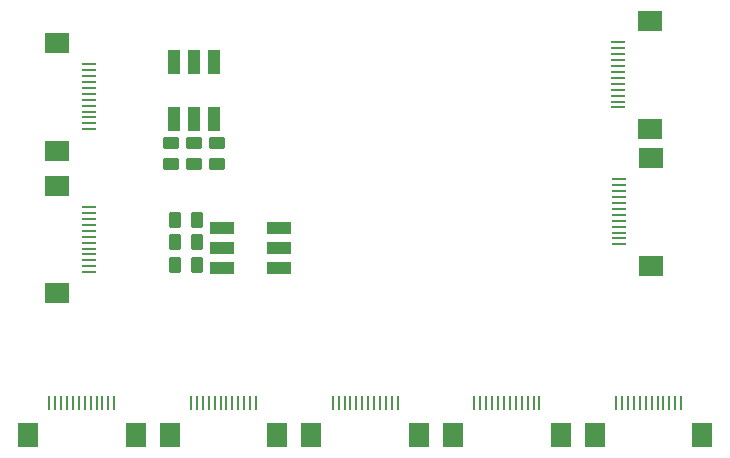
<source format=gbr>
%TF.GenerationSoftware,KiCad,Pcbnew,8.0.5*%
%TF.CreationDate,2024-10-29T12:08:31+01:00*%
%TF.ProjectId,mcu_holder,6d63755f-686f-46c6-9465-722e6b696361,rev?*%
%TF.SameCoordinates,Original*%
%TF.FileFunction,Paste,Top*%
%TF.FilePolarity,Positive*%
%FSLAX46Y46*%
G04 Gerber Fmt 4.6, Leading zero omitted, Abs format (unit mm)*
G04 Created by KiCad (PCBNEW 8.0.5) date 2024-10-29 12:08:31*
%MOMM*%
%LPD*%
G01*
G04 APERTURE LIST*
G04 Aperture macros list*
%AMRoundRect*
0 Rectangle with rounded corners*
0 $1 Rounding radius*
0 $2 $3 $4 $5 $6 $7 $8 $9 X,Y pos of 4 corners*
0 Add a 4 corners polygon primitive as box body*
4,1,4,$2,$3,$4,$5,$6,$7,$8,$9,$2,$3,0*
0 Add four circle primitives for the rounded corners*
1,1,$1+$1,$2,$3*
1,1,$1+$1,$4,$5*
1,1,$1+$1,$6,$7*
1,1,$1+$1,$8,$9*
0 Add four rect primitives between the rounded corners*
20,1,$1+$1,$2,$3,$4,$5,0*
20,1,$1+$1,$4,$5,$6,$7,0*
20,1,$1+$1,$6,$7,$8,$9,0*
20,1,$1+$1,$8,$9,$2,$3,0*%
G04 Aperture macros list end*
%ADD10R,0.280000X1.250000*%
%ADD11R,1.800000X2.000000*%
%ADD12RoundRect,0.250000X0.450000X-0.262500X0.450000X0.262500X-0.450000X0.262500X-0.450000X-0.262500X0*%
%ADD13R,1.100000X2.000000*%
%ADD14RoundRect,0.250000X-0.262500X-0.450000X0.262500X-0.450000X0.262500X0.450000X-0.262500X0.450000X0*%
%ADD15R,1.250000X0.280000*%
%ADD16R,2.000000X1.800000*%
%ADD17R,2.000000X1.100000*%
G04 APERTURE END LIST*
D10*
%TO.C,J11*%
X130850000Y-74082000D03*
X131350000Y-74082000D03*
X131850000Y-74082000D03*
X132350000Y-74082000D03*
X132850000Y-74082000D03*
X133350000Y-74082000D03*
X133850000Y-74082000D03*
X134350000Y-74082000D03*
X134850000Y-74082000D03*
X135350000Y-74082000D03*
X135850000Y-74082000D03*
X136350000Y-74082000D03*
D11*
X138150000Y-76806000D03*
X129050000Y-76806000D03*
%TD*%
D10*
%TO.C,J16*%
X142850000Y-74082000D03*
X143350000Y-74082000D03*
X143850000Y-74082000D03*
X144350000Y-74082000D03*
X144850000Y-74082000D03*
X145350000Y-74082000D03*
X145850000Y-74082000D03*
X146350000Y-74082000D03*
X146850000Y-74082000D03*
X147350000Y-74082000D03*
X147850000Y-74082000D03*
X148350000Y-74082000D03*
D11*
X150150000Y-76806000D03*
X141050000Y-76806000D03*
%TD*%
D12*
%TO.C,R1*%
X105156000Y-53848000D03*
X105156000Y-52023000D03*
%TD*%
D13*
%TO.C,D2*%
X105390000Y-45200000D03*
X105390000Y-50000000D03*
X107090000Y-45200000D03*
X107090000Y-50000000D03*
X108790000Y-45200000D03*
X108790000Y-50000000D03*
%TD*%
D14*
%TO.C,R5*%
X105513500Y-60452000D03*
X107338500Y-60452000D03*
%TD*%
D12*
%TO.C,R3*%
X109041331Y-53851517D03*
X109041331Y-52026517D03*
%TD*%
D15*
%TO.C,J17*%
X98249000Y-57500000D03*
X98249000Y-58000000D03*
X98249000Y-58500000D03*
X98249000Y-59000000D03*
X98249000Y-59500000D03*
X98249000Y-60000000D03*
X98249000Y-60500000D03*
X98249000Y-61000000D03*
X98249000Y-61500000D03*
X98249000Y-62000000D03*
X98249000Y-62500000D03*
X98249000Y-63000000D03*
D16*
X95525000Y-64800000D03*
X95525000Y-55700000D03*
%TD*%
D10*
%TO.C,J13*%
X106850000Y-74082000D03*
X107350000Y-74082000D03*
X107850000Y-74082000D03*
X108350000Y-74082000D03*
X108850000Y-74082000D03*
X109350000Y-74082000D03*
X109850000Y-74082000D03*
X110350000Y-74082000D03*
X110850000Y-74082000D03*
X111350000Y-74082000D03*
X111850000Y-74082000D03*
X112350000Y-74082000D03*
D11*
X114150000Y-76806000D03*
X105050000Y-76806000D03*
%TD*%
D14*
%TO.C,R6*%
X105507500Y-58540000D03*
X107332500Y-58540000D03*
%TD*%
D15*
%TO.C,J2*%
X142962000Y-49050000D03*
X142962000Y-48550000D03*
X142962000Y-48050000D03*
X142962000Y-47550000D03*
X142962000Y-47050000D03*
X142962000Y-46550000D03*
X142962000Y-46050000D03*
X142962000Y-45550000D03*
X142962000Y-45050000D03*
X142962000Y-44550000D03*
X142962000Y-44050000D03*
X142962000Y-43550000D03*
D16*
X145686000Y-41750000D03*
X145686000Y-50850000D03*
%TD*%
D12*
%TO.C,R2*%
X107100000Y-53848000D03*
X107100000Y-52023000D03*
%TD*%
D15*
%TO.C,J3*%
X143102000Y-60640000D03*
X143102000Y-60140000D03*
X143102000Y-59640000D03*
X143102000Y-59140000D03*
X143102000Y-58640000D03*
X143102000Y-58140000D03*
X143102000Y-57640000D03*
X143102000Y-57140000D03*
X143102000Y-56640000D03*
X143102000Y-56140000D03*
X143102000Y-55640000D03*
X143102000Y-55140000D03*
D16*
X145826000Y-53340000D03*
X145826000Y-62440000D03*
%TD*%
D14*
%TO.C,R4*%
X105507500Y-62360000D03*
X107332500Y-62360000D03*
%TD*%
D15*
%TO.C,J15*%
X98249000Y-45400000D03*
X98249000Y-45900000D03*
X98249000Y-46400000D03*
X98249000Y-46900000D03*
X98249000Y-47400000D03*
X98249000Y-47900000D03*
X98249000Y-48400000D03*
X98249000Y-48900000D03*
X98249000Y-49400000D03*
X98249000Y-49900000D03*
X98249000Y-50400000D03*
X98249000Y-50900000D03*
D16*
X95525000Y-52700000D03*
X95525000Y-43600000D03*
%TD*%
D10*
%TO.C,J14*%
X94850000Y-74082000D03*
X95350000Y-74082000D03*
X95850000Y-74082000D03*
X96350000Y-74082000D03*
X96850000Y-74082000D03*
X97350000Y-74082000D03*
X97850000Y-74082000D03*
X98350000Y-74082000D03*
X98850000Y-74082000D03*
X99350000Y-74082000D03*
X99850000Y-74082000D03*
X100350000Y-74082000D03*
D11*
X102150000Y-76806000D03*
X93050000Y-76806000D03*
%TD*%
D17*
%TO.C,D1*%
X109500000Y-62660000D03*
X114300000Y-62660000D03*
X109500000Y-60960000D03*
X114300000Y-60960000D03*
X109500000Y-59260000D03*
X114300000Y-59260000D03*
%TD*%
D10*
%TO.C,J12*%
X118850000Y-74082000D03*
X119350000Y-74082000D03*
X119850000Y-74082000D03*
X120350000Y-74082000D03*
X120850000Y-74082000D03*
X121350000Y-74082000D03*
X121850000Y-74082000D03*
X122350000Y-74082000D03*
X122850000Y-74082000D03*
X123350000Y-74082000D03*
X123850000Y-74082000D03*
X124350000Y-74082000D03*
D11*
X126150000Y-76806000D03*
X117050000Y-76806000D03*
%TD*%
M02*

</source>
